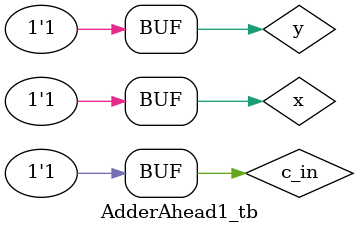
<source format=v>
module AdderAhead1 (
    input  x,
    input  y,
    input  c_in,
    output sum,
    output c_out,
    output g,
    output p
);
    assign sum = x ^ y ^ c_in;
    assign g = x & y; // generate
    assign p = x | y; // propagate
    assign c_out = g | p & c_in; // x & y | x & c_in | y & c_in
endmodule



module AdderAhead1_tb;
  reg  x;
  reg  y;
  reg  c_in;
  wire  sum;
  wire  c_out;
  wire  g;
  wire  p;

  AdderAhead1  AdderAhead1_inst (
    .x(x),
    .y(y),
    .c_in(c_in),
    .sum(sum),
    .c_out(c_out),
    .g(g),
    .p(p)
  );

  initial begin
    #10 begin
        x = 1'b0;
        y = 1'b0;
        c_in = 1'b0;
    end

    #10 begin
        x = 1'b1;
        y = 1'b0;
        c_in = 1'b0;
    end

    #10 begin
        x = 1'b1;
        y = 1'b1;
        c_in = 1'b0;
    end

    #10 begin
        x = 1'b1;
        y = 1'b1;
        c_in = 1'b1;
    end

    #10 begin
    end
  end

  initial begin
    $dumpfile("wave.vcd");
    $dumpvars;
  end

endmodule
</source>
